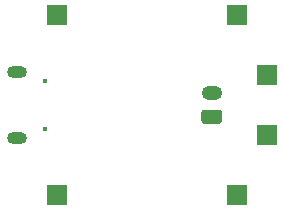
<source format=gbs>
%TF.GenerationSoftware,KiCad,Pcbnew,(5.1.6)-1*%
%TF.CreationDate,2020-09-20T19:32:56+01:00*%
%TF.ProjectId,batt,62617474-2e6b-4696-9361-645f70636258,rev?*%
%TF.SameCoordinates,Original*%
%TF.FileFunction,Soldermask,Bot*%
%TF.FilePolarity,Negative*%
%FSLAX46Y46*%
G04 Gerber Fmt 4.6, Leading zero omitted, Abs format (unit mm)*
G04 Created by KiCad (PCBNEW (5.1.6)-1) date 2020-09-20 19:32:56*
%MOMM*%
%LPD*%
G01*
G04 APERTURE LIST*
%ADD10R,1.700000X1.700000*%
%ADD11C,0.450000*%
%ADD12O,1.700000X1.000000*%
%ADD13O,1.750000X1.200000*%
G04 APERTURE END LIST*
D10*
%TO.C,J8*%
X66880000Y-57620000D03*
%TD*%
%TO.C,J6*%
X82120000Y-42380000D03*
%TD*%
%TO.C,J5*%
X66880000Y-42380000D03*
%TD*%
%TO.C,J4*%
X84660000Y-47460000D03*
%TD*%
%TO.C,J2*%
X84660000Y-52540000D03*
%TD*%
%TO.C,J1*%
X82120000Y-57620000D03*
%TD*%
D11*
%TO.C,J7*%
X65850000Y-52000000D03*
X65850000Y-48000000D03*
D12*
X63500000Y-52825000D03*
X63500000Y-47175000D03*
%TD*%
D13*
%TO.C,J3*%
X80000000Y-49000000D03*
G36*
G01*
X80625001Y-51600000D02*
X79374999Y-51600000D01*
G75*
G02*
X79125000Y-51350001I0J249999D01*
G01*
X79125000Y-50649999D01*
G75*
G02*
X79374999Y-50400000I249999J0D01*
G01*
X80625001Y-50400000D01*
G75*
G02*
X80875000Y-50649999I0J-249999D01*
G01*
X80875000Y-51350001D01*
G75*
G02*
X80625001Y-51600000I-249999J0D01*
G01*
G37*
%TD*%
M02*

</source>
